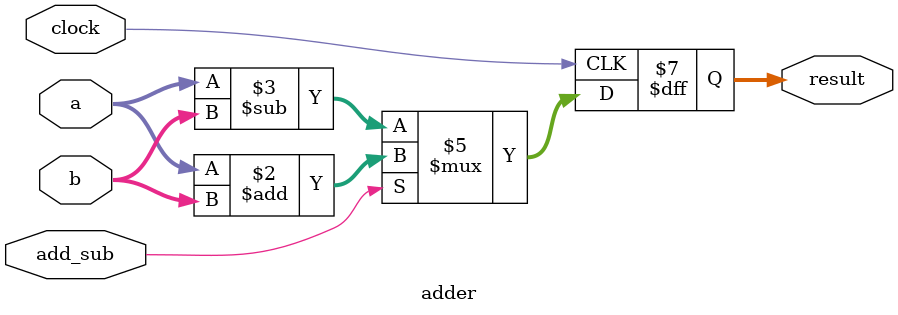
<source format=v>
module adder(clock, add_sub, a, b, result);
	
	input clock, add_sub;
	input signed [7:0] a, b;
	output reg signed [7:0] result;
	
	always @(posedge clock)
		begin
			if (add_sub)
				result <= a + b;
			else
				result <= a - b;
		end

endmodule
</source>
